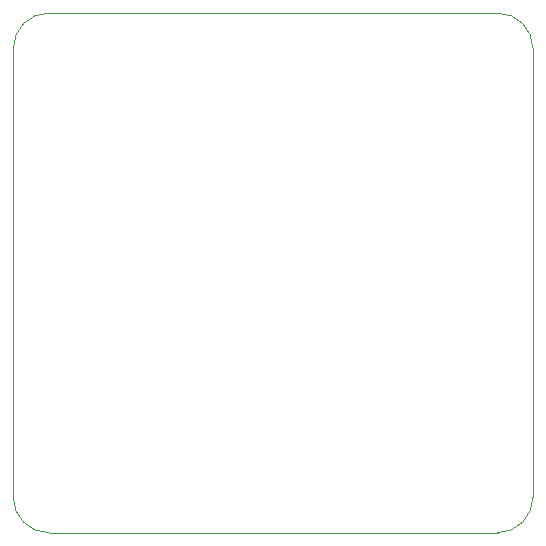
<source format=gbr>
%TF.GenerationSoftware,KiCad,Pcbnew,5.1.10*%
%TF.CreationDate,2021-05-04T11:05:08+02:00*%
%TF.ProjectId,Mainboard,4d61696e-626f-4617-9264-2e6b69636164,rev?*%
%TF.SameCoordinates,Original*%
%TF.FileFunction,Profile,NP*%
%FSLAX46Y46*%
G04 Gerber Fmt 4.6, Leading zero omitted, Abs format (unit mm)*
G04 Created by KiCad (PCBNEW 5.1.10) date 2021-05-04 11:05:08*
%MOMM*%
%LPD*%
G01*
G04 APERTURE LIST*
%TA.AperFunction,Profile*%
%ADD10C,0.050000*%
%TD*%
G04 APERTURE END LIST*
D10*
X22000000Y-19000000D02*
G75*
G02*
X19000000Y-22000000I-3000000J0D01*
G01*
X-19000000Y-22000000D02*
G75*
G02*
X-22000000Y-19000000I0J3000000D01*
G01*
X-22000000Y19000000D02*
G75*
G02*
X-19000000Y22000000I3000000J0D01*
G01*
X19000000Y22000000D02*
G75*
G02*
X22000000Y19000000I0J-3000000D01*
G01*
X-22000000Y-19000000D02*
X-22000000Y19000000D01*
X19000000Y-22000000D02*
X-19000000Y-22000000D01*
X22000000Y19000000D02*
X22000000Y-19000000D01*
X-19000000Y22000000D02*
X19000000Y22000000D01*
M02*

</source>
